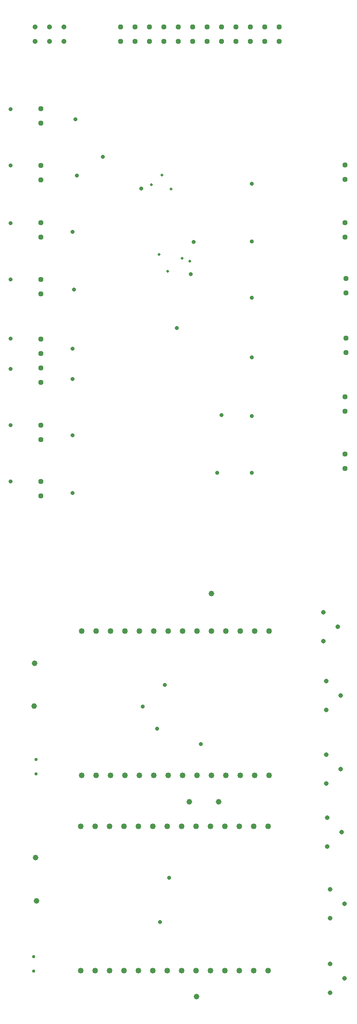
<source format=gbr>
G04 Layer_Color=0*
%FSLAX26Y26*%
%MOIN*%
%TF.FileFunction,Plated,1,4,PTH,Drill*%
%TF.Part,Single*%
G01*
G75*
%TA.AperFunction,ComponentDrill*%
%ADD78C,0.039370*%
%ADD79C,0.037402*%
%ADD80C,0.037402*%
%ADD81C,0.035433*%
%ADD82C,0.031496*%
%ADD83C,0.021654*%
%ADD84C,0.040000*%
%TA.AperFunction,ViaDrill,NotFilled*%
%ADD85C,0.028000*%
%ADD86C,0.019685*%
D78*
X218000Y2391000D02*
D03*
X215000Y2096000D02*
D03*
X1340000Y80000D02*
D03*
X1445000Y2875000D02*
D03*
X1290000Y1430000D02*
D03*
X230000Y745000D02*
D03*
X225000Y1045000D02*
D03*
X1495000Y1430000D02*
D03*
D79*
X1914504Y6701402D02*
D03*
Y6801402D02*
D03*
X814504Y6701402D02*
D03*
X914504D02*
D03*
X1014504D02*
D03*
X1114504D02*
D03*
X1214504D02*
D03*
X1314504D02*
D03*
X1414504D02*
D03*
X1514504D02*
D03*
X1614504D02*
D03*
X1714504D02*
D03*
X814504Y6801402D02*
D03*
X914504D02*
D03*
X1014504D02*
D03*
X1114504D02*
D03*
X1214504D02*
D03*
X1314504D02*
D03*
X1414504D02*
D03*
X1514504D02*
D03*
X1614504D02*
D03*
X1714504D02*
D03*
X1814504D02*
D03*
Y6701402D02*
D03*
D80*
X2370018Y3740444D02*
D03*
Y3840444D02*
D03*
X259782Y4337568D02*
D03*
Y4437568D02*
D03*
Y4537568D02*
D03*
Y4637568D02*
D03*
X2375924Y4543868D02*
D03*
Y4643868D02*
D03*
Y4957254D02*
D03*
Y5057254D02*
D03*
X2370018Y4138358D02*
D03*
Y4238358D02*
D03*
Y5743250D02*
D03*
Y5843250D02*
D03*
X259782Y3551742D02*
D03*
Y3651742D02*
D03*
X2370018Y5345706D02*
D03*
Y5445706D02*
D03*
X259782Y3941506D02*
D03*
Y4041506D02*
D03*
Y5740062D02*
D03*
Y5840062D02*
D03*
Y5345706D02*
D03*
Y5445706D02*
D03*
Y4951348D02*
D03*
Y5051348D02*
D03*
Y6134418D02*
D03*
Y6234418D02*
D03*
D81*
X220412Y6700168D02*
D03*
X320412D02*
D03*
X420412D02*
D03*
Y6800168D02*
D03*
X320412D02*
D03*
X220412D02*
D03*
D82*
X2221504Y2743402D02*
D03*
Y2543402D02*
D03*
X2321504Y2643402D02*
D03*
X2248504Y1321250D02*
D03*
Y1121250D02*
D03*
X2348504Y1221250D02*
D03*
X2240504Y2267402D02*
D03*
Y2067402D02*
D03*
X2340504Y2167402D02*
D03*
X2267504Y823390D02*
D03*
Y623390D02*
D03*
X2367504Y723390D02*
D03*
X2240504Y1757402D02*
D03*
Y1557402D02*
D03*
X2340504Y1657402D02*
D03*
X2267504Y307402D02*
D03*
Y107402D02*
D03*
X2367504Y207402D02*
D03*
D83*
X209504Y359402D02*
D03*
Y259402D02*
D03*
X225504Y1724402D02*
D03*
Y1624402D02*
D03*
D84*
X1838324Y1260208D02*
D03*
X1738324D02*
D03*
X1638324D02*
D03*
X1538324D02*
D03*
X1438324D02*
D03*
X1338324D02*
D03*
X1238324D02*
D03*
X1138324D02*
D03*
X1038324D02*
D03*
X938324D02*
D03*
X838324D02*
D03*
X738324D02*
D03*
X638324D02*
D03*
X538324D02*
D03*
X1838324Y260208D02*
D03*
X1738324D02*
D03*
X1638324D02*
D03*
X1538324D02*
D03*
X1438324D02*
D03*
X1338324D02*
D03*
X1238324D02*
D03*
X1138324D02*
D03*
X1038324D02*
D03*
X938324D02*
D03*
X838324D02*
D03*
X738324D02*
D03*
X638324D02*
D03*
X538324D02*
D03*
X543246Y1613554D02*
D03*
X643246D02*
D03*
X743246D02*
D03*
X843246D02*
D03*
X943246D02*
D03*
X1043246D02*
D03*
X1143246D02*
D03*
X1243246D02*
D03*
X1343246D02*
D03*
X1443246D02*
D03*
X1543246D02*
D03*
X1643246D02*
D03*
X1743246D02*
D03*
X1843246D02*
D03*
X543246Y2613554D02*
D03*
X643246D02*
D03*
X743246D02*
D03*
X843246D02*
D03*
X943246D02*
D03*
X1043246D02*
D03*
X1143246D02*
D03*
X1243246D02*
D03*
X1343246D02*
D03*
X1443246D02*
D03*
X1543246D02*
D03*
X1643246D02*
D03*
X1743246D02*
D03*
X1843246D02*
D03*
D85*
X1370000Y1830000D02*
D03*
X50000Y4430000D02*
D03*
X1724348Y4105680D02*
D03*
Y4511190D02*
D03*
Y4924576D02*
D03*
X1724504Y3711402D02*
D03*
X1484504D02*
D03*
X1514504Y4111402D02*
D03*
X1065504Y1936402D02*
D03*
X1085504Y597402D02*
D03*
X50000Y4040000D02*
D03*
Y5840000D02*
D03*
X1321238Y5310668D02*
D03*
X50000Y4640000D02*
D03*
X690000Y5900002D02*
D03*
X500000Y6160000D02*
D03*
X50000Y5440000D02*
D03*
X480000Y5380000D02*
D03*
X510000Y5770000D02*
D03*
X50000Y5050000D02*
D03*
X490000Y4980000D02*
D03*
X480000Y4360000D02*
D03*
Y4570000D02*
D03*
Y3970000D02*
D03*
Y3570000D02*
D03*
X1120000Y2240000D02*
D03*
X957504Y5681402D02*
D03*
X1300504Y5089402D02*
D03*
X50000Y3650000D02*
D03*
Y6230000D02*
D03*
X1724348Y5314340D02*
D03*
Y5715916D02*
D03*
X966000Y2091000D02*
D03*
X1150000Y905000D02*
D03*
X1205000Y4715000D02*
D03*
D86*
X1141120Y5107726D02*
D03*
X1080018Y5223250D02*
D03*
X1294504Y5177402D02*
D03*
X1239504Y5196402D02*
D03*
X1163504Y5678402D02*
D03*
X1026504Y5707402D02*
D03*
X1100504Y5774402D02*
D03*
%TF.MD5,2795afae68741c561440348bde4895ab*%
M02*

</source>
